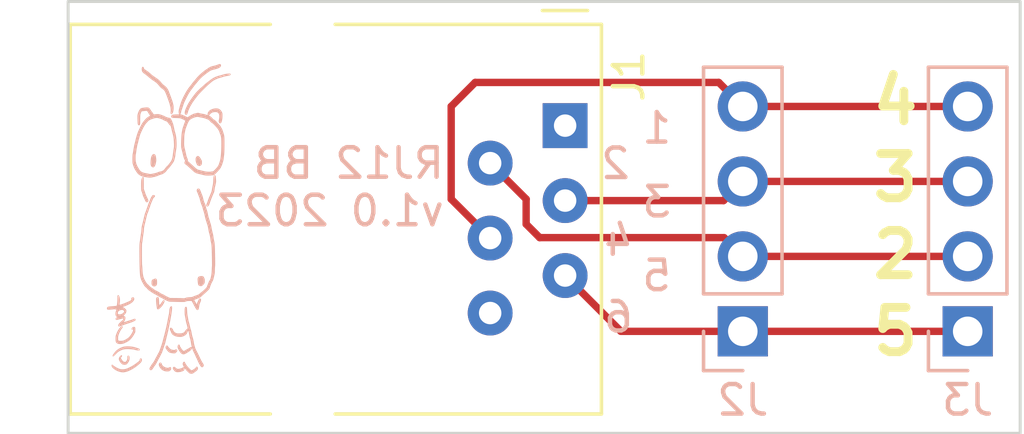
<source format=kicad_pcb>
(kicad_pcb (version 20221018) (generator pcbnew)
  (title_block (company "chof.org"))
  (layers (0 "F.Cu" signal) (31 "B.Cu" signal) (34 "B.Paste" user) (35 "F.Paste" user) (36 "B.SilkS" user "B.Silkscreen") (37 "F.SilkS" user "F.Silkscreen") (38 "B.Mask" user) (39 "F.Mask" user) (44 "Edge.Cuts" user))
  (net 0 "")
  (net 1 "Net-(J2-Pin_2)")
  (net 2 "Net-(J2-Pin_3)")
  (net 3 "Net-(J2-Pin_4)")
  (net 4 "Net-(J2-Pin_1)")
  (footprint "Connector_RJ:RJ12_Amphenol_54601" (layer "F.Cu") (at 110.82 73.93 -90)
    (fp_text reference "J1" (at -1.67 -2.16 90) (layer "F.SilkS"))
    (fp_text value "RJ12")
    (pad "" np_thru_hole circle (at -1.91 8.89 270) (size 3.25 3.25) (drill 3.25) (layers "*.Cu" "*.Mask"))
    (pad "" np_thru_hole circle (at 8.25 8.89 270) (size 3.25 3.25) (drill 3.25) (layers "*.Cu" "*.Mask"))
    (pad "1" thru_hole rect (at 0 0 270) (size 1.52 1.52) (drill 0.76) (layers "*.Cu" "*.Mask"))
    (pad "2" thru_hole circle (at 1.27 2.54 270) (size 1.52 1.52) (drill 0.76) (layers "*.Cu" "*.Mask") (net 1 "Net-(J2-Pin_2)"))
    (pad "3" thru_hole circle (at 2.54 0 270) (size 1.52 1.52) (drill 0.76) (layers "*.Cu" "*.Mask") (net 2 "Net-(J2-Pin_3)"))
    (pad "4" thru_hole circle (at 3.81 2.54 270) (size 1.52 1.52) (drill 0.76) (layers "*.Cu" "*.Mask") (net 3 "Net-(J2-Pin_4)"))
    (pad "5" thru_hole circle (at 5.08 0 270) (size 1.52 1.52) (drill 0.76) (layers "*.Cu" "*.Mask") (net 4 "Net-(J2-Pin_1)"))
    (pad "6" thru_hole circle (at 6.35 2.54 270) (size 1.52 1.52) (drill 0.76) (layers "*.Cu" "*.Mask"))
  )
  (footprint "Connector_PinHeader_2.54mm:PinHeader_1x04_P2.54mm_Vertical" (layer "B.Cu") (at 124.46 80.9)
    (fp_text reference "J3" (at 0 2.33) (layer "B.SilkS") (effects (justify mirror)))
    (fp_text value "Back")
    (pad "1" thru_hole rect locked (at 0 0) (size 1.7 1.7) (drill 1) (layers "*.Cu" "*.Mask") (net 4 "Net-(J2-Pin_1)"))
    (pad "2" thru_hole oval locked (at 0 -2.54) (size 1.7 1.7) (drill 1) (layers "*.Cu" "*.Mask") (net 1 "Net-(J2-Pin_2)"))
    (pad "3" thru_hole oval locked (at 0 -5.08) (size 1.7 1.7) (drill 1) (layers "*.Cu" "*.Mask") (net 2 "Net-(J2-Pin_3)"))
    (pad "4" thru_hole oval locked (at 0 -7.62) (size 1.7 1.7) (drill 1) (layers "*.Cu" "*.Mask") (net 3 "Net-(J2-Pin_4)"))
  )
  (footprint "Connector_PinHeader_2.54mm:PinHeader_1x04_P2.54mm_Vertical" (layer "B.Cu") (at 116.84 80.9)
    (fp_text reference "J2" (at 0 2.33) (layer "B.SilkS") (effects (justify mirror)))
    (fp_text value "Front")
    (pad "1" thru_hole rect locked (at 0 0) (size 1.7 1.7) (drill 1) (layers "*.Cu" "*.Mask") (net 4 "Net-(J2-Pin_1)"))
    (pad "2" thru_hole oval locked (at 0 -2.54) (size 1.7 1.7) (drill 1) (layers "*.Cu" "*.Mask") (net 1 "Net-(J2-Pin_2)"))
    (pad "3" thru_hole oval locked (at 0 -5.08) (size 1.7 1.7) (drill 1) (layers "*.Cu" "*.Mask") (net 2 "Net-(J2-Pin_3)"))
    (pad "4" thru_hole oval locked (at 0 -7.62) (size 1.7 1.7) (drill 1) (layers "*.Cu" "*.Mask") (net 3 "Net-(J2-Pin_4)"))
  )
  (footprint "Chof747 Logos:LOGO small" (layer "B.Cu") (at 97.5614 77.3684 180)
    (fp_text reference "G***" hide)
    (fp_text value "LOGO" hide)
  )
  (gr_rect (start 93.98 69.723) (end 126.238 84.3534) (stroke (width 0.1)) (fill none) (layer "Edge.Cuts"))
  (gr_text "RJ12 BB\nv1.0 2023" (at 106.8 77.4) (layer "B.SilkS") (effects (font (size 1 1)) (justify left bottom mirror)))
  (gr_text "2" (at 113.1 75.8) (layer "B.SilkS") (effects (font (size 1 1)) (justify left bottom mirror)))
  (gr_text "1" (at 114.5 74.6) (layer "B.SilkS") (effects (font (size 1 1)) (justify left bottom mirror)))
  (gr_text "5" (at 114.5 79.6) (layer "B.SilkS") (effects (font (size 1 1)) (justify left bottom mirror)))
  (gr_text "3" (at 114.5 77.1) (layer "B.SilkS") (effects (font (size 1 1)) (justify left bottom mirror)))
  (gr_text "6" (at 113.2 81) (layer "B.SilkS") (effects (font (size 1 1)) (justify left bottom mirror)))
  (gr_text "4" (at 113.2 78.4) (layer "B.SilkS") (effects (font (size 1 1)) (justify left bottom mirror)))
  (gr_text "5" (at 121.1 81.788) (layer "F.SilkS") (effects (font (size 1.5 1.5) (thickness 0.3) bold) (justify left bottom)))
  (gr_text "4" (at 121.1 73.9648) (layer "F.SilkS") (effects (font (size 1.5 1.5) (thickness 0.3) bold) (justify left bottom)))
  (gr_text "3" (at 121.1 76.572533) (layer "F.SilkS") (effects (font (size 1.5 1.5) (thickness 0.3) bold) (justify left bottom)))
  (gr_text "2" (at 121.1 79.180266) (layer "F.SilkS") (effects (font (size 1.5 1.5) (thickness 0.3) bold) (justify left bottom)))
  (segment (start 108.28 75.2) (end 109.4994 76.4194) (width 0.25) (layer "F.Cu") (net 1))
  (segment (start 109.4994 76.4194) (end 109.4994 77.2668) (width 0.25) (layer "F.Cu") (net 1))
  (segment (start 109.9566 77.724) (end 116.204 77.724) (width 0.25) (layer "F.Cu") (net 1))
  (segment (start 116.84 78.36) (end 124.46 78.36) (width 0.25) (layer "F.Cu") (net 1))
  (segment (start 116.204 77.724) (end 116.84 78.36) (width 0.25) (layer "F.Cu") (net 1))
  (segment (start 109.4994 77.2668) (end 109.9566 77.724) (width 0.25) (layer "F.Cu") (net 1))
  (segment (start 116.84 75.82) (end 124.46 75.82) (width 0.25) (layer "F.Cu") (net 2))
  (segment (start 110.82 76.47) (end 116.19 76.47) (width 0.25) (layer "F.Cu") (net 2))
  (segment (start 116.19 76.47) (end 116.84 75.82) (width 0.25) (layer "F.Cu") (net 2))
  (segment (start 116.84 73.28) (end 124.46 73.28) (width 0.25) (layer "F.Cu") (net 3))
  (segment (start 108.28 77.74) (end 106.9594 76.4194) (width 0.25) (layer "F.Cu") (net 3))
  (segment (start 106.9594 73.279) (end 107.7722 72.4662) (width 0.25) (layer "F.Cu") (net 3))
  (segment (start 116.0262 72.4662) (end 116.84 73.28) (width 0.25) (layer "F.Cu") (net 3))
  (segment (start 106.9594 76.4194) (end 106.9594 73.279) (width 0.25) (layer "F.Cu") (net 3))
  (segment (start 107.7722 72.4662) (end 116.0262 72.4662) (width 0.25) (layer "F.Cu") (net 3))
  (segment (start 112.71 80.9) (end 116.84 80.9) (width 0.25) (layer "F.Cu") (net 4))
  (segment (start 116.84 80.9) (end 124.46 80.9) (width 0.25) (layer "F.Cu") (net 4))
  (segment (start 110.82 79.01) (end 112.71 80.9) (width 0.25) (layer "F.Cu") (net 4))
)
</source>
